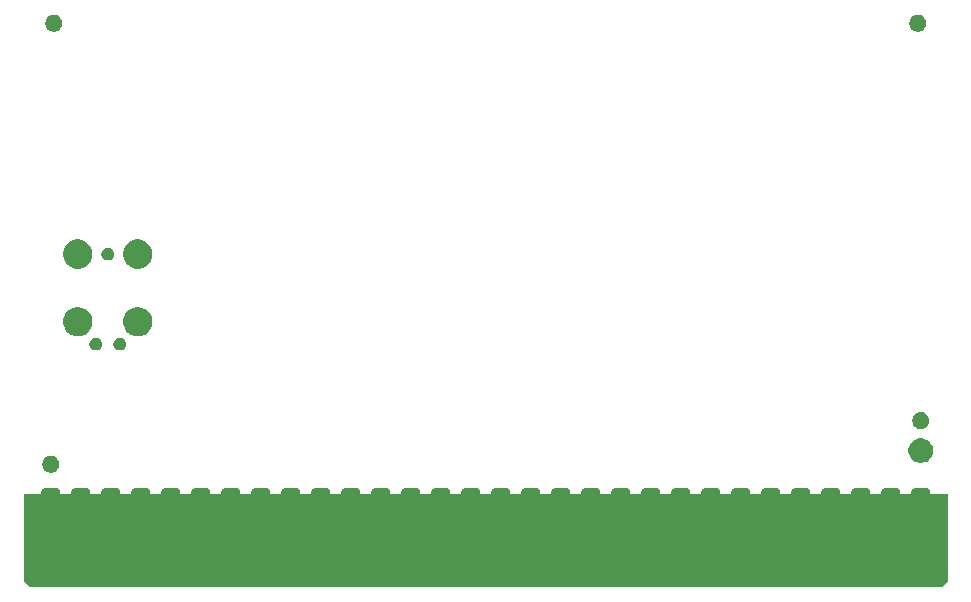
<source format=gbs>
G04 #@! TF.GenerationSoftware,KiCad,Pcbnew,(5.1.5-0-10_14)*
G04 #@! TF.CreationDate,2020-08-04T18:57:18-04:00*
G04 #@! TF.ProjectId,RAM2E,52414d32-452e-46b6-9963-61645f706362,1.1*
G04 #@! TF.SameCoordinates,Original*
G04 #@! TF.FileFunction,Soldermask,Bot*
G04 #@! TF.FilePolarity,Negative*
%FSLAX46Y46*%
G04 Gerber Fmt 4.6, Leading zero omitted, Abs format (unit mm)*
G04 Created by KiCad (PCBNEW (5.1.5-0-10_14)) date 2020-08-04 18:57:18*
%MOMM*%
%LPD*%
G04 APERTURE LIST*
%ADD10C,0.100000*%
G04 APERTURE END LIST*
D10*
G36*
X276606000Y-139446000D02*
G01*
X276098000Y-139954000D01*
X198882000Y-139954000D01*
X198374000Y-139446000D01*
X198374000Y-132080000D01*
X276606000Y-132080000D01*
X276606000Y-139446000D01*
G37*
G36*
X274825282Y-131569558D02*
G01*
X274896711Y-131591226D01*
X274962535Y-131626409D01*
X275020236Y-131673764D01*
X275067591Y-131731465D01*
X275102774Y-131797289D01*
X275124442Y-131868718D01*
X275132000Y-131945454D01*
X275132000Y-138618546D01*
X275124442Y-138695282D01*
X275102774Y-138766711D01*
X275067591Y-138832535D01*
X275020236Y-138890236D01*
X274962535Y-138937591D01*
X274896711Y-138972774D01*
X274825282Y-138994442D01*
X274748546Y-139002000D01*
X273891454Y-139002000D01*
X273814718Y-138994442D01*
X273743289Y-138972774D01*
X273677465Y-138937591D01*
X273619764Y-138890236D01*
X273572409Y-138832535D01*
X273537226Y-138766711D01*
X273515558Y-138695282D01*
X273508000Y-138618546D01*
X273508000Y-131945454D01*
X273515558Y-131868718D01*
X273537226Y-131797289D01*
X273572409Y-131731465D01*
X273619764Y-131673764D01*
X273677465Y-131626409D01*
X273743289Y-131591226D01*
X273814718Y-131569558D01*
X273891454Y-131562000D01*
X274748546Y-131562000D01*
X274825282Y-131569558D01*
G37*
G36*
X272285282Y-131569558D02*
G01*
X272356711Y-131591226D01*
X272422535Y-131626409D01*
X272480236Y-131673764D01*
X272527591Y-131731465D01*
X272562774Y-131797289D01*
X272584442Y-131868718D01*
X272592000Y-131945454D01*
X272592000Y-138618546D01*
X272584442Y-138695282D01*
X272562774Y-138766711D01*
X272527591Y-138832535D01*
X272480236Y-138890236D01*
X272422535Y-138937591D01*
X272356711Y-138972774D01*
X272285282Y-138994442D01*
X272208546Y-139002000D01*
X271351454Y-139002000D01*
X271274718Y-138994442D01*
X271203289Y-138972774D01*
X271137465Y-138937591D01*
X271079764Y-138890236D01*
X271032409Y-138832535D01*
X270997226Y-138766711D01*
X270975558Y-138695282D01*
X270968000Y-138618546D01*
X270968000Y-131945454D01*
X270975558Y-131868718D01*
X270997226Y-131797289D01*
X271032409Y-131731465D01*
X271079764Y-131673764D01*
X271137465Y-131626409D01*
X271203289Y-131591226D01*
X271274718Y-131569558D01*
X271351454Y-131562000D01*
X272208546Y-131562000D01*
X272285282Y-131569558D01*
G37*
G36*
X269745282Y-131569558D02*
G01*
X269816711Y-131591226D01*
X269882535Y-131626409D01*
X269940236Y-131673764D01*
X269987591Y-131731465D01*
X270022774Y-131797289D01*
X270044442Y-131868718D01*
X270052000Y-131945454D01*
X270052000Y-138618546D01*
X270044442Y-138695282D01*
X270022774Y-138766711D01*
X269987591Y-138832535D01*
X269940236Y-138890236D01*
X269882535Y-138937591D01*
X269816711Y-138972774D01*
X269745282Y-138994442D01*
X269668546Y-139002000D01*
X268811454Y-139002000D01*
X268734718Y-138994442D01*
X268663289Y-138972774D01*
X268597465Y-138937591D01*
X268539764Y-138890236D01*
X268492409Y-138832535D01*
X268457226Y-138766711D01*
X268435558Y-138695282D01*
X268428000Y-138618546D01*
X268428000Y-131945454D01*
X268435558Y-131868718D01*
X268457226Y-131797289D01*
X268492409Y-131731465D01*
X268539764Y-131673764D01*
X268597465Y-131626409D01*
X268663289Y-131591226D01*
X268734718Y-131569558D01*
X268811454Y-131562000D01*
X269668546Y-131562000D01*
X269745282Y-131569558D01*
G37*
G36*
X267205282Y-131569558D02*
G01*
X267276711Y-131591226D01*
X267342535Y-131626409D01*
X267400236Y-131673764D01*
X267447591Y-131731465D01*
X267482774Y-131797289D01*
X267504442Y-131868718D01*
X267512000Y-131945454D01*
X267512000Y-138618546D01*
X267504442Y-138695282D01*
X267482774Y-138766711D01*
X267447591Y-138832535D01*
X267400236Y-138890236D01*
X267342535Y-138937591D01*
X267276711Y-138972774D01*
X267205282Y-138994442D01*
X267128546Y-139002000D01*
X266271454Y-139002000D01*
X266194718Y-138994442D01*
X266123289Y-138972774D01*
X266057465Y-138937591D01*
X265999764Y-138890236D01*
X265952409Y-138832535D01*
X265917226Y-138766711D01*
X265895558Y-138695282D01*
X265888000Y-138618546D01*
X265888000Y-131945454D01*
X265895558Y-131868718D01*
X265917226Y-131797289D01*
X265952409Y-131731465D01*
X265999764Y-131673764D01*
X266057465Y-131626409D01*
X266123289Y-131591226D01*
X266194718Y-131569558D01*
X266271454Y-131562000D01*
X267128546Y-131562000D01*
X267205282Y-131569558D01*
G37*
G36*
X264665282Y-131569558D02*
G01*
X264736711Y-131591226D01*
X264802535Y-131626409D01*
X264860236Y-131673764D01*
X264907591Y-131731465D01*
X264942774Y-131797289D01*
X264964442Y-131868718D01*
X264972000Y-131945454D01*
X264972000Y-138618546D01*
X264964442Y-138695282D01*
X264942774Y-138766711D01*
X264907591Y-138832535D01*
X264860236Y-138890236D01*
X264802535Y-138937591D01*
X264736711Y-138972774D01*
X264665282Y-138994442D01*
X264588546Y-139002000D01*
X263731454Y-139002000D01*
X263654718Y-138994442D01*
X263583289Y-138972774D01*
X263517465Y-138937591D01*
X263459764Y-138890236D01*
X263412409Y-138832535D01*
X263377226Y-138766711D01*
X263355558Y-138695282D01*
X263348000Y-138618546D01*
X263348000Y-131945454D01*
X263355558Y-131868718D01*
X263377226Y-131797289D01*
X263412409Y-131731465D01*
X263459764Y-131673764D01*
X263517465Y-131626409D01*
X263583289Y-131591226D01*
X263654718Y-131569558D01*
X263731454Y-131562000D01*
X264588546Y-131562000D01*
X264665282Y-131569558D01*
G37*
G36*
X262125282Y-131569558D02*
G01*
X262196711Y-131591226D01*
X262262535Y-131626409D01*
X262320236Y-131673764D01*
X262367591Y-131731465D01*
X262402774Y-131797289D01*
X262424442Y-131868718D01*
X262432000Y-131945454D01*
X262432000Y-138618546D01*
X262424442Y-138695282D01*
X262402774Y-138766711D01*
X262367591Y-138832535D01*
X262320236Y-138890236D01*
X262262535Y-138937591D01*
X262196711Y-138972774D01*
X262125282Y-138994442D01*
X262048546Y-139002000D01*
X261191454Y-139002000D01*
X261114718Y-138994442D01*
X261043289Y-138972774D01*
X260977465Y-138937591D01*
X260919764Y-138890236D01*
X260872409Y-138832535D01*
X260837226Y-138766711D01*
X260815558Y-138695282D01*
X260808000Y-138618546D01*
X260808000Y-131945454D01*
X260815558Y-131868718D01*
X260837226Y-131797289D01*
X260872409Y-131731465D01*
X260919764Y-131673764D01*
X260977465Y-131626409D01*
X261043289Y-131591226D01*
X261114718Y-131569558D01*
X261191454Y-131562000D01*
X262048546Y-131562000D01*
X262125282Y-131569558D01*
G37*
G36*
X259585282Y-131569558D02*
G01*
X259656711Y-131591226D01*
X259722535Y-131626409D01*
X259780236Y-131673764D01*
X259827591Y-131731465D01*
X259862774Y-131797289D01*
X259884442Y-131868718D01*
X259892000Y-131945454D01*
X259892000Y-138618546D01*
X259884442Y-138695282D01*
X259862774Y-138766711D01*
X259827591Y-138832535D01*
X259780236Y-138890236D01*
X259722535Y-138937591D01*
X259656711Y-138972774D01*
X259585282Y-138994442D01*
X259508546Y-139002000D01*
X258651454Y-139002000D01*
X258574718Y-138994442D01*
X258503289Y-138972774D01*
X258437465Y-138937591D01*
X258379764Y-138890236D01*
X258332409Y-138832535D01*
X258297226Y-138766711D01*
X258275558Y-138695282D01*
X258268000Y-138618546D01*
X258268000Y-131945454D01*
X258275558Y-131868718D01*
X258297226Y-131797289D01*
X258332409Y-131731465D01*
X258379764Y-131673764D01*
X258437465Y-131626409D01*
X258503289Y-131591226D01*
X258574718Y-131569558D01*
X258651454Y-131562000D01*
X259508546Y-131562000D01*
X259585282Y-131569558D01*
G37*
G36*
X257045282Y-131569558D02*
G01*
X257116711Y-131591226D01*
X257182535Y-131626409D01*
X257240236Y-131673764D01*
X257287591Y-131731465D01*
X257322774Y-131797289D01*
X257344442Y-131868718D01*
X257352000Y-131945454D01*
X257352000Y-138618546D01*
X257344442Y-138695282D01*
X257322774Y-138766711D01*
X257287591Y-138832535D01*
X257240236Y-138890236D01*
X257182535Y-138937591D01*
X257116711Y-138972774D01*
X257045282Y-138994442D01*
X256968546Y-139002000D01*
X256111454Y-139002000D01*
X256034718Y-138994442D01*
X255963289Y-138972774D01*
X255897465Y-138937591D01*
X255839764Y-138890236D01*
X255792409Y-138832535D01*
X255757226Y-138766711D01*
X255735558Y-138695282D01*
X255728000Y-138618546D01*
X255728000Y-131945454D01*
X255735558Y-131868718D01*
X255757226Y-131797289D01*
X255792409Y-131731465D01*
X255839764Y-131673764D01*
X255897465Y-131626409D01*
X255963289Y-131591226D01*
X256034718Y-131569558D01*
X256111454Y-131562000D01*
X256968546Y-131562000D01*
X257045282Y-131569558D01*
G37*
G36*
X254505282Y-131569558D02*
G01*
X254576711Y-131591226D01*
X254642535Y-131626409D01*
X254700236Y-131673764D01*
X254747591Y-131731465D01*
X254782774Y-131797289D01*
X254804442Y-131868718D01*
X254812000Y-131945454D01*
X254812000Y-138618546D01*
X254804442Y-138695282D01*
X254782774Y-138766711D01*
X254747591Y-138832535D01*
X254700236Y-138890236D01*
X254642535Y-138937591D01*
X254576711Y-138972774D01*
X254505282Y-138994442D01*
X254428546Y-139002000D01*
X253571454Y-139002000D01*
X253494718Y-138994442D01*
X253423289Y-138972774D01*
X253357465Y-138937591D01*
X253299764Y-138890236D01*
X253252409Y-138832535D01*
X253217226Y-138766711D01*
X253195558Y-138695282D01*
X253188000Y-138618546D01*
X253188000Y-131945454D01*
X253195558Y-131868718D01*
X253217226Y-131797289D01*
X253252409Y-131731465D01*
X253299764Y-131673764D01*
X253357465Y-131626409D01*
X253423289Y-131591226D01*
X253494718Y-131569558D01*
X253571454Y-131562000D01*
X254428546Y-131562000D01*
X254505282Y-131569558D01*
G37*
G36*
X251965282Y-131569558D02*
G01*
X252036711Y-131591226D01*
X252102535Y-131626409D01*
X252160236Y-131673764D01*
X252207591Y-131731465D01*
X252242774Y-131797289D01*
X252264442Y-131868718D01*
X252272000Y-131945454D01*
X252272000Y-138618546D01*
X252264442Y-138695282D01*
X252242774Y-138766711D01*
X252207591Y-138832535D01*
X252160236Y-138890236D01*
X252102535Y-138937591D01*
X252036711Y-138972774D01*
X251965282Y-138994442D01*
X251888546Y-139002000D01*
X251031454Y-139002000D01*
X250954718Y-138994442D01*
X250883289Y-138972774D01*
X250817465Y-138937591D01*
X250759764Y-138890236D01*
X250712409Y-138832535D01*
X250677226Y-138766711D01*
X250655558Y-138695282D01*
X250648000Y-138618546D01*
X250648000Y-131945454D01*
X250655558Y-131868718D01*
X250677226Y-131797289D01*
X250712409Y-131731465D01*
X250759764Y-131673764D01*
X250817465Y-131626409D01*
X250883289Y-131591226D01*
X250954718Y-131569558D01*
X251031454Y-131562000D01*
X251888546Y-131562000D01*
X251965282Y-131569558D01*
G37*
G36*
X249425282Y-131569558D02*
G01*
X249496711Y-131591226D01*
X249562535Y-131626409D01*
X249620236Y-131673764D01*
X249667591Y-131731465D01*
X249702774Y-131797289D01*
X249724442Y-131868718D01*
X249732000Y-131945454D01*
X249732000Y-138618546D01*
X249724442Y-138695282D01*
X249702774Y-138766711D01*
X249667591Y-138832535D01*
X249620236Y-138890236D01*
X249562535Y-138937591D01*
X249496711Y-138972774D01*
X249425282Y-138994442D01*
X249348546Y-139002000D01*
X248491454Y-139002000D01*
X248414718Y-138994442D01*
X248343289Y-138972774D01*
X248277465Y-138937591D01*
X248219764Y-138890236D01*
X248172409Y-138832535D01*
X248137226Y-138766711D01*
X248115558Y-138695282D01*
X248108000Y-138618546D01*
X248108000Y-131945454D01*
X248115558Y-131868718D01*
X248137226Y-131797289D01*
X248172409Y-131731465D01*
X248219764Y-131673764D01*
X248277465Y-131626409D01*
X248343289Y-131591226D01*
X248414718Y-131569558D01*
X248491454Y-131562000D01*
X249348546Y-131562000D01*
X249425282Y-131569558D01*
G37*
G36*
X246885282Y-131569558D02*
G01*
X246956711Y-131591226D01*
X247022535Y-131626409D01*
X247080236Y-131673764D01*
X247127591Y-131731465D01*
X247162774Y-131797289D01*
X247184442Y-131868718D01*
X247192000Y-131945454D01*
X247192000Y-138618546D01*
X247184442Y-138695282D01*
X247162774Y-138766711D01*
X247127591Y-138832535D01*
X247080236Y-138890236D01*
X247022535Y-138937591D01*
X246956711Y-138972774D01*
X246885282Y-138994442D01*
X246808546Y-139002000D01*
X245951454Y-139002000D01*
X245874718Y-138994442D01*
X245803289Y-138972774D01*
X245737465Y-138937591D01*
X245679764Y-138890236D01*
X245632409Y-138832535D01*
X245597226Y-138766711D01*
X245575558Y-138695282D01*
X245568000Y-138618546D01*
X245568000Y-131945454D01*
X245575558Y-131868718D01*
X245597226Y-131797289D01*
X245632409Y-131731465D01*
X245679764Y-131673764D01*
X245737465Y-131626409D01*
X245803289Y-131591226D01*
X245874718Y-131569558D01*
X245951454Y-131562000D01*
X246808546Y-131562000D01*
X246885282Y-131569558D01*
G37*
G36*
X244345282Y-131569558D02*
G01*
X244416711Y-131591226D01*
X244482535Y-131626409D01*
X244540236Y-131673764D01*
X244587591Y-131731465D01*
X244622774Y-131797289D01*
X244644442Y-131868718D01*
X244652000Y-131945454D01*
X244652000Y-138618546D01*
X244644442Y-138695282D01*
X244622774Y-138766711D01*
X244587591Y-138832535D01*
X244540236Y-138890236D01*
X244482535Y-138937591D01*
X244416711Y-138972774D01*
X244345282Y-138994442D01*
X244268546Y-139002000D01*
X243411454Y-139002000D01*
X243334718Y-138994442D01*
X243263289Y-138972774D01*
X243197465Y-138937591D01*
X243139764Y-138890236D01*
X243092409Y-138832535D01*
X243057226Y-138766711D01*
X243035558Y-138695282D01*
X243028000Y-138618546D01*
X243028000Y-131945454D01*
X243035558Y-131868718D01*
X243057226Y-131797289D01*
X243092409Y-131731465D01*
X243139764Y-131673764D01*
X243197465Y-131626409D01*
X243263289Y-131591226D01*
X243334718Y-131569558D01*
X243411454Y-131562000D01*
X244268546Y-131562000D01*
X244345282Y-131569558D01*
G37*
G36*
X241805282Y-131569558D02*
G01*
X241876711Y-131591226D01*
X241942535Y-131626409D01*
X242000236Y-131673764D01*
X242047591Y-131731465D01*
X242082774Y-131797289D01*
X242104442Y-131868718D01*
X242112000Y-131945454D01*
X242112000Y-138618546D01*
X242104442Y-138695282D01*
X242082774Y-138766711D01*
X242047591Y-138832535D01*
X242000236Y-138890236D01*
X241942535Y-138937591D01*
X241876711Y-138972774D01*
X241805282Y-138994442D01*
X241728546Y-139002000D01*
X240871454Y-139002000D01*
X240794718Y-138994442D01*
X240723289Y-138972774D01*
X240657465Y-138937591D01*
X240599764Y-138890236D01*
X240552409Y-138832535D01*
X240517226Y-138766711D01*
X240495558Y-138695282D01*
X240488000Y-138618546D01*
X240488000Y-131945454D01*
X240495558Y-131868718D01*
X240517226Y-131797289D01*
X240552409Y-131731465D01*
X240599764Y-131673764D01*
X240657465Y-131626409D01*
X240723289Y-131591226D01*
X240794718Y-131569558D01*
X240871454Y-131562000D01*
X241728546Y-131562000D01*
X241805282Y-131569558D01*
G37*
G36*
X239265282Y-131569558D02*
G01*
X239336711Y-131591226D01*
X239402535Y-131626409D01*
X239460236Y-131673764D01*
X239507591Y-131731465D01*
X239542774Y-131797289D01*
X239564442Y-131868718D01*
X239572000Y-131945454D01*
X239572000Y-138618546D01*
X239564442Y-138695282D01*
X239542774Y-138766711D01*
X239507591Y-138832535D01*
X239460236Y-138890236D01*
X239402535Y-138937591D01*
X239336711Y-138972774D01*
X239265282Y-138994442D01*
X239188546Y-139002000D01*
X238331454Y-139002000D01*
X238254718Y-138994442D01*
X238183289Y-138972774D01*
X238117465Y-138937591D01*
X238059764Y-138890236D01*
X238012409Y-138832535D01*
X237977226Y-138766711D01*
X237955558Y-138695282D01*
X237948000Y-138618546D01*
X237948000Y-131945454D01*
X237955558Y-131868718D01*
X237977226Y-131797289D01*
X238012409Y-131731465D01*
X238059764Y-131673764D01*
X238117465Y-131626409D01*
X238183289Y-131591226D01*
X238254718Y-131569558D01*
X238331454Y-131562000D01*
X239188546Y-131562000D01*
X239265282Y-131569558D01*
G37*
G36*
X236725282Y-131569558D02*
G01*
X236796711Y-131591226D01*
X236862535Y-131626409D01*
X236920236Y-131673764D01*
X236967591Y-131731465D01*
X237002774Y-131797289D01*
X237024442Y-131868718D01*
X237032000Y-131945454D01*
X237032000Y-138618546D01*
X237024442Y-138695282D01*
X237002774Y-138766711D01*
X236967591Y-138832535D01*
X236920236Y-138890236D01*
X236862535Y-138937591D01*
X236796711Y-138972774D01*
X236725282Y-138994442D01*
X236648546Y-139002000D01*
X235791454Y-139002000D01*
X235714718Y-138994442D01*
X235643289Y-138972774D01*
X235577465Y-138937591D01*
X235519764Y-138890236D01*
X235472409Y-138832535D01*
X235437226Y-138766711D01*
X235415558Y-138695282D01*
X235408000Y-138618546D01*
X235408000Y-131945454D01*
X235415558Y-131868718D01*
X235437226Y-131797289D01*
X235472409Y-131731465D01*
X235519764Y-131673764D01*
X235577465Y-131626409D01*
X235643289Y-131591226D01*
X235714718Y-131569558D01*
X235791454Y-131562000D01*
X236648546Y-131562000D01*
X236725282Y-131569558D01*
G37*
G36*
X234185282Y-131569558D02*
G01*
X234256711Y-131591226D01*
X234322535Y-131626409D01*
X234380236Y-131673764D01*
X234427591Y-131731465D01*
X234462774Y-131797289D01*
X234484442Y-131868718D01*
X234492000Y-131945454D01*
X234492000Y-138618546D01*
X234484442Y-138695282D01*
X234462774Y-138766711D01*
X234427591Y-138832535D01*
X234380236Y-138890236D01*
X234322535Y-138937591D01*
X234256711Y-138972774D01*
X234185282Y-138994442D01*
X234108546Y-139002000D01*
X233251454Y-139002000D01*
X233174718Y-138994442D01*
X233103289Y-138972774D01*
X233037465Y-138937591D01*
X232979764Y-138890236D01*
X232932409Y-138832535D01*
X232897226Y-138766711D01*
X232875558Y-138695282D01*
X232868000Y-138618546D01*
X232868000Y-131945454D01*
X232875558Y-131868718D01*
X232897226Y-131797289D01*
X232932409Y-131731465D01*
X232979764Y-131673764D01*
X233037465Y-131626409D01*
X233103289Y-131591226D01*
X233174718Y-131569558D01*
X233251454Y-131562000D01*
X234108546Y-131562000D01*
X234185282Y-131569558D01*
G37*
G36*
X231645282Y-131569558D02*
G01*
X231716711Y-131591226D01*
X231782535Y-131626409D01*
X231840236Y-131673764D01*
X231887591Y-131731465D01*
X231922774Y-131797289D01*
X231944442Y-131868718D01*
X231952000Y-131945454D01*
X231952000Y-138618546D01*
X231944442Y-138695282D01*
X231922774Y-138766711D01*
X231887591Y-138832535D01*
X231840236Y-138890236D01*
X231782535Y-138937591D01*
X231716711Y-138972774D01*
X231645282Y-138994442D01*
X231568546Y-139002000D01*
X230711454Y-139002000D01*
X230634718Y-138994442D01*
X230563289Y-138972774D01*
X230497465Y-138937591D01*
X230439764Y-138890236D01*
X230392409Y-138832535D01*
X230357226Y-138766711D01*
X230335558Y-138695282D01*
X230328000Y-138618546D01*
X230328000Y-131945454D01*
X230335558Y-131868718D01*
X230357226Y-131797289D01*
X230392409Y-131731465D01*
X230439764Y-131673764D01*
X230497465Y-131626409D01*
X230563289Y-131591226D01*
X230634718Y-131569558D01*
X230711454Y-131562000D01*
X231568546Y-131562000D01*
X231645282Y-131569558D01*
G37*
G36*
X229105282Y-131569558D02*
G01*
X229176711Y-131591226D01*
X229242535Y-131626409D01*
X229300236Y-131673764D01*
X229347591Y-131731465D01*
X229382774Y-131797289D01*
X229404442Y-131868718D01*
X229412000Y-131945454D01*
X229412000Y-138618546D01*
X229404442Y-138695282D01*
X229382774Y-138766711D01*
X229347591Y-138832535D01*
X229300236Y-138890236D01*
X229242535Y-138937591D01*
X229176711Y-138972774D01*
X229105282Y-138994442D01*
X229028546Y-139002000D01*
X228171454Y-139002000D01*
X228094718Y-138994442D01*
X228023289Y-138972774D01*
X227957465Y-138937591D01*
X227899764Y-138890236D01*
X227852409Y-138832535D01*
X227817226Y-138766711D01*
X227795558Y-138695282D01*
X227788000Y-138618546D01*
X227788000Y-131945454D01*
X227795558Y-131868718D01*
X227817226Y-131797289D01*
X227852409Y-131731465D01*
X227899764Y-131673764D01*
X227957465Y-131626409D01*
X228023289Y-131591226D01*
X228094718Y-131569558D01*
X228171454Y-131562000D01*
X229028546Y-131562000D01*
X229105282Y-131569558D01*
G37*
G36*
X226565282Y-131569558D02*
G01*
X226636711Y-131591226D01*
X226702535Y-131626409D01*
X226760236Y-131673764D01*
X226807591Y-131731465D01*
X226842774Y-131797289D01*
X226864442Y-131868718D01*
X226872000Y-131945454D01*
X226872000Y-138618546D01*
X226864442Y-138695282D01*
X226842774Y-138766711D01*
X226807591Y-138832535D01*
X226760236Y-138890236D01*
X226702535Y-138937591D01*
X226636711Y-138972774D01*
X226565282Y-138994442D01*
X226488546Y-139002000D01*
X225631454Y-139002000D01*
X225554718Y-138994442D01*
X225483289Y-138972774D01*
X225417465Y-138937591D01*
X225359764Y-138890236D01*
X225312409Y-138832535D01*
X225277226Y-138766711D01*
X225255558Y-138695282D01*
X225248000Y-138618546D01*
X225248000Y-131945454D01*
X225255558Y-131868718D01*
X225277226Y-131797289D01*
X225312409Y-131731465D01*
X225359764Y-131673764D01*
X225417465Y-131626409D01*
X225483289Y-131591226D01*
X225554718Y-131569558D01*
X225631454Y-131562000D01*
X226488546Y-131562000D01*
X226565282Y-131569558D01*
G37*
G36*
X224025282Y-131569558D02*
G01*
X224096711Y-131591226D01*
X224162535Y-131626409D01*
X224220236Y-131673764D01*
X224267591Y-131731465D01*
X224302774Y-131797289D01*
X224324442Y-131868718D01*
X224332000Y-131945454D01*
X224332000Y-138618546D01*
X224324442Y-138695282D01*
X224302774Y-138766711D01*
X224267591Y-138832535D01*
X224220236Y-138890236D01*
X224162535Y-138937591D01*
X224096711Y-138972774D01*
X224025282Y-138994442D01*
X223948546Y-139002000D01*
X223091454Y-139002000D01*
X223014718Y-138994442D01*
X222943289Y-138972774D01*
X222877465Y-138937591D01*
X222819764Y-138890236D01*
X222772409Y-138832535D01*
X222737226Y-138766711D01*
X222715558Y-138695282D01*
X222708000Y-138618546D01*
X222708000Y-131945454D01*
X222715558Y-131868718D01*
X222737226Y-131797289D01*
X222772409Y-131731465D01*
X222819764Y-131673764D01*
X222877465Y-131626409D01*
X222943289Y-131591226D01*
X223014718Y-131569558D01*
X223091454Y-131562000D01*
X223948546Y-131562000D01*
X224025282Y-131569558D01*
G37*
G36*
X221485282Y-131569558D02*
G01*
X221556711Y-131591226D01*
X221622535Y-131626409D01*
X221680236Y-131673764D01*
X221727591Y-131731465D01*
X221762774Y-131797289D01*
X221784442Y-131868718D01*
X221792000Y-131945454D01*
X221792000Y-138618546D01*
X221784442Y-138695282D01*
X221762774Y-138766711D01*
X221727591Y-138832535D01*
X221680236Y-138890236D01*
X221622535Y-138937591D01*
X221556711Y-138972774D01*
X221485282Y-138994442D01*
X221408546Y-139002000D01*
X220551454Y-139002000D01*
X220474718Y-138994442D01*
X220403289Y-138972774D01*
X220337465Y-138937591D01*
X220279764Y-138890236D01*
X220232409Y-138832535D01*
X220197226Y-138766711D01*
X220175558Y-138695282D01*
X220168000Y-138618546D01*
X220168000Y-131945454D01*
X220175558Y-131868718D01*
X220197226Y-131797289D01*
X220232409Y-131731465D01*
X220279764Y-131673764D01*
X220337465Y-131626409D01*
X220403289Y-131591226D01*
X220474718Y-131569558D01*
X220551454Y-131562000D01*
X221408546Y-131562000D01*
X221485282Y-131569558D01*
G37*
G36*
X218945282Y-131569558D02*
G01*
X219016711Y-131591226D01*
X219082535Y-131626409D01*
X219140236Y-131673764D01*
X219187591Y-131731465D01*
X219222774Y-131797289D01*
X219244442Y-131868718D01*
X219252000Y-131945454D01*
X219252000Y-138618546D01*
X219244442Y-138695282D01*
X219222774Y-138766711D01*
X219187591Y-138832535D01*
X219140236Y-138890236D01*
X219082535Y-138937591D01*
X219016711Y-138972774D01*
X218945282Y-138994442D01*
X218868546Y-139002000D01*
X218011454Y-139002000D01*
X217934718Y-138994442D01*
X217863289Y-138972774D01*
X217797465Y-138937591D01*
X217739764Y-138890236D01*
X217692409Y-138832535D01*
X217657226Y-138766711D01*
X217635558Y-138695282D01*
X217628000Y-138618546D01*
X217628000Y-131945454D01*
X217635558Y-131868718D01*
X217657226Y-131797289D01*
X217692409Y-131731465D01*
X217739764Y-131673764D01*
X217797465Y-131626409D01*
X217863289Y-131591226D01*
X217934718Y-131569558D01*
X218011454Y-131562000D01*
X218868546Y-131562000D01*
X218945282Y-131569558D01*
G37*
G36*
X216405282Y-131569558D02*
G01*
X216476711Y-131591226D01*
X216542535Y-131626409D01*
X216600236Y-131673764D01*
X216647591Y-131731465D01*
X216682774Y-131797289D01*
X216704442Y-131868718D01*
X216712000Y-131945454D01*
X216712000Y-138618546D01*
X216704442Y-138695282D01*
X216682774Y-138766711D01*
X216647591Y-138832535D01*
X216600236Y-138890236D01*
X216542535Y-138937591D01*
X216476711Y-138972774D01*
X216405282Y-138994442D01*
X216328546Y-139002000D01*
X215471454Y-139002000D01*
X215394718Y-138994442D01*
X215323289Y-138972774D01*
X215257465Y-138937591D01*
X215199764Y-138890236D01*
X215152409Y-138832535D01*
X215117226Y-138766711D01*
X215095558Y-138695282D01*
X215088000Y-138618546D01*
X215088000Y-131945454D01*
X215095558Y-131868718D01*
X215117226Y-131797289D01*
X215152409Y-131731465D01*
X215199764Y-131673764D01*
X215257465Y-131626409D01*
X215323289Y-131591226D01*
X215394718Y-131569558D01*
X215471454Y-131562000D01*
X216328546Y-131562000D01*
X216405282Y-131569558D01*
G37*
G36*
X213865282Y-131569558D02*
G01*
X213936711Y-131591226D01*
X214002535Y-131626409D01*
X214060236Y-131673764D01*
X214107591Y-131731465D01*
X214142774Y-131797289D01*
X214164442Y-131868718D01*
X214172000Y-131945454D01*
X214172000Y-138618546D01*
X214164442Y-138695282D01*
X214142774Y-138766711D01*
X214107591Y-138832535D01*
X214060236Y-138890236D01*
X214002535Y-138937591D01*
X213936711Y-138972774D01*
X213865282Y-138994442D01*
X213788546Y-139002000D01*
X212931454Y-139002000D01*
X212854718Y-138994442D01*
X212783289Y-138972774D01*
X212717465Y-138937591D01*
X212659764Y-138890236D01*
X212612409Y-138832535D01*
X212577226Y-138766711D01*
X212555558Y-138695282D01*
X212548000Y-138618546D01*
X212548000Y-131945454D01*
X212555558Y-131868718D01*
X212577226Y-131797289D01*
X212612409Y-131731465D01*
X212659764Y-131673764D01*
X212717465Y-131626409D01*
X212783289Y-131591226D01*
X212854718Y-131569558D01*
X212931454Y-131562000D01*
X213788546Y-131562000D01*
X213865282Y-131569558D01*
G37*
G36*
X211325282Y-131569558D02*
G01*
X211396711Y-131591226D01*
X211462535Y-131626409D01*
X211520236Y-131673764D01*
X211567591Y-131731465D01*
X211602774Y-131797289D01*
X211624442Y-131868718D01*
X211632000Y-131945454D01*
X211632000Y-138618546D01*
X211624442Y-138695282D01*
X211602774Y-138766711D01*
X211567591Y-138832535D01*
X211520236Y-138890236D01*
X211462535Y-138937591D01*
X211396711Y-138972774D01*
X211325282Y-138994442D01*
X211248546Y-139002000D01*
X210391454Y-139002000D01*
X210314718Y-138994442D01*
X210243289Y-138972774D01*
X210177465Y-138937591D01*
X210119764Y-138890236D01*
X210072409Y-138832535D01*
X210037226Y-138766711D01*
X210015558Y-138695282D01*
X210008000Y-138618546D01*
X210008000Y-131945454D01*
X210015558Y-131868718D01*
X210037226Y-131797289D01*
X210072409Y-131731465D01*
X210119764Y-131673764D01*
X210177465Y-131626409D01*
X210243289Y-131591226D01*
X210314718Y-131569558D01*
X210391454Y-131562000D01*
X211248546Y-131562000D01*
X211325282Y-131569558D01*
G37*
G36*
X208785282Y-131569558D02*
G01*
X208856711Y-131591226D01*
X208922535Y-131626409D01*
X208980236Y-131673764D01*
X209027591Y-131731465D01*
X209062774Y-131797289D01*
X209084442Y-131868718D01*
X209092000Y-131945454D01*
X209092000Y-138618546D01*
X209084442Y-138695282D01*
X209062774Y-138766711D01*
X209027591Y-138832535D01*
X208980236Y-138890236D01*
X208922535Y-138937591D01*
X208856711Y-138972774D01*
X208785282Y-138994442D01*
X208708546Y-139002000D01*
X207851454Y-139002000D01*
X207774718Y-138994442D01*
X207703289Y-138972774D01*
X207637465Y-138937591D01*
X207579764Y-138890236D01*
X207532409Y-138832535D01*
X207497226Y-138766711D01*
X207475558Y-138695282D01*
X207468000Y-138618546D01*
X207468000Y-131945454D01*
X207475558Y-131868718D01*
X207497226Y-131797289D01*
X207532409Y-131731465D01*
X207579764Y-131673764D01*
X207637465Y-131626409D01*
X207703289Y-131591226D01*
X207774718Y-131569558D01*
X207851454Y-131562000D01*
X208708546Y-131562000D01*
X208785282Y-131569558D01*
G37*
G36*
X206245282Y-131569558D02*
G01*
X206316711Y-131591226D01*
X206382535Y-131626409D01*
X206440236Y-131673764D01*
X206487591Y-131731465D01*
X206522774Y-131797289D01*
X206544442Y-131868718D01*
X206552000Y-131945454D01*
X206552000Y-138618546D01*
X206544442Y-138695282D01*
X206522774Y-138766711D01*
X206487591Y-138832535D01*
X206440236Y-138890236D01*
X206382535Y-138937591D01*
X206316711Y-138972774D01*
X206245282Y-138994442D01*
X206168546Y-139002000D01*
X205311454Y-139002000D01*
X205234718Y-138994442D01*
X205163289Y-138972774D01*
X205097465Y-138937591D01*
X205039764Y-138890236D01*
X204992409Y-138832535D01*
X204957226Y-138766711D01*
X204935558Y-138695282D01*
X204928000Y-138618546D01*
X204928000Y-131945454D01*
X204935558Y-131868718D01*
X204957226Y-131797289D01*
X204992409Y-131731465D01*
X205039764Y-131673764D01*
X205097465Y-131626409D01*
X205163289Y-131591226D01*
X205234718Y-131569558D01*
X205311454Y-131562000D01*
X206168546Y-131562000D01*
X206245282Y-131569558D01*
G37*
G36*
X203705282Y-131569558D02*
G01*
X203776711Y-131591226D01*
X203842535Y-131626409D01*
X203900236Y-131673764D01*
X203947591Y-131731465D01*
X203982774Y-131797289D01*
X204004442Y-131868718D01*
X204012000Y-131945454D01*
X204012000Y-138618546D01*
X204004442Y-138695282D01*
X203982774Y-138766711D01*
X203947591Y-138832535D01*
X203900236Y-138890236D01*
X203842535Y-138937591D01*
X203776711Y-138972774D01*
X203705282Y-138994442D01*
X203628546Y-139002000D01*
X202771454Y-139002000D01*
X202694718Y-138994442D01*
X202623289Y-138972774D01*
X202557465Y-138937591D01*
X202499764Y-138890236D01*
X202452409Y-138832535D01*
X202417226Y-138766711D01*
X202395558Y-138695282D01*
X202388000Y-138618546D01*
X202388000Y-131945454D01*
X202395558Y-131868718D01*
X202417226Y-131797289D01*
X202452409Y-131731465D01*
X202499764Y-131673764D01*
X202557465Y-131626409D01*
X202623289Y-131591226D01*
X202694718Y-131569558D01*
X202771454Y-131562000D01*
X203628546Y-131562000D01*
X203705282Y-131569558D01*
G37*
G36*
X201165282Y-131569558D02*
G01*
X201236711Y-131591226D01*
X201302535Y-131626409D01*
X201360236Y-131673764D01*
X201407591Y-131731465D01*
X201442774Y-131797289D01*
X201464442Y-131868718D01*
X201472000Y-131945454D01*
X201472000Y-138618546D01*
X201464442Y-138695282D01*
X201442774Y-138766711D01*
X201407591Y-138832535D01*
X201360236Y-138890236D01*
X201302535Y-138937591D01*
X201236711Y-138972774D01*
X201165282Y-138994442D01*
X201088546Y-139002000D01*
X200231454Y-139002000D01*
X200154718Y-138994442D01*
X200083289Y-138972774D01*
X200017465Y-138937591D01*
X199959764Y-138890236D01*
X199912409Y-138832535D01*
X199877226Y-138766711D01*
X199855558Y-138695282D01*
X199848000Y-138618546D01*
X199848000Y-131945454D01*
X199855558Y-131868718D01*
X199877226Y-131797289D01*
X199912409Y-131731465D01*
X199959764Y-131673764D01*
X200017465Y-131626409D01*
X200083289Y-131591226D01*
X200154718Y-131569558D01*
X200231454Y-131562000D01*
X201088546Y-131562000D01*
X201165282Y-131569558D01*
G37*
G36*
X200871181Y-128843822D02*
G01*
X201002941Y-128898399D01*
X201002943Y-128898400D01*
X201062635Y-128938285D01*
X201121522Y-128977632D01*
X201222368Y-129078478D01*
X201301601Y-129197059D01*
X201356178Y-129328819D01*
X201384000Y-129468691D01*
X201384000Y-129611309D01*
X201356178Y-129751181D01*
X201356177Y-129751183D01*
X201301600Y-129882943D01*
X201222367Y-130001523D01*
X201121523Y-130102367D01*
X201002943Y-130181600D01*
X201002942Y-130181601D01*
X201002941Y-130181601D01*
X200871181Y-130236178D01*
X200731309Y-130264000D01*
X200588691Y-130264000D01*
X200448819Y-130236178D01*
X200317059Y-130181601D01*
X200317058Y-130181601D01*
X200317057Y-130181600D01*
X200198477Y-130102367D01*
X200097633Y-130001523D01*
X200018400Y-129882943D01*
X199963823Y-129751183D01*
X199963822Y-129751181D01*
X199936000Y-129611309D01*
X199936000Y-129468691D01*
X199963822Y-129328819D01*
X200018399Y-129197059D01*
X200097632Y-129078478D01*
X200198478Y-128977632D01*
X200257365Y-128938285D01*
X200317057Y-128898400D01*
X200317059Y-128898399D01*
X200448819Y-128843822D01*
X200588691Y-128816000D01*
X200731309Y-128816000D01*
X200871181Y-128843822D01*
G37*
G36*
X274448687Y-127352027D02*
G01*
X274626274Y-127387350D01*
X274817362Y-127466502D01*
X274989336Y-127581411D01*
X275135589Y-127727664D01*
X275250498Y-127899638D01*
X275329650Y-128090726D01*
X275370000Y-128293584D01*
X275370000Y-128500416D01*
X275329650Y-128703274D01*
X275250498Y-128894362D01*
X275135589Y-129066336D01*
X274989336Y-129212589D01*
X274817362Y-129327498D01*
X274626274Y-129406650D01*
X274448687Y-129441973D01*
X274423417Y-129447000D01*
X274216583Y-129447000D01*
X274191313Y-129441973D01*
X274013726Y-129406650D01*
X273822638Y-129327498D01*
X273650664Y-129212589D01*
X273504411Y-129066336D01*
X273389502Y-128894362D01*
X273310350Y-128703274D01*
X273270000Y-128500416D01*
X273270000Y-128293584D01*
X273310350Y-128090726D01*
X273389502Y-127899638D01*
X273504411Y-127727664D01*
X273650664Y-127581411D01*
X273822638Y-127466502D01*
X274013726Y-127387350D01*
X274191313Y-127352027D01*
X274216583Y-127347000D01*
X274423417Y-127347000D01*
X274448687Y-127352027D01*
G37*
G36*
X274531181Y-125160822D02*
G01*
X274531184Y-125160823D01*
X274531183Y-125160823D01*
X274662943Y-125215400D01*
X274722635Y-125255285D01*
X274781522Y-125294632D01*
X274882368Y-125395478D01*
X274961601Y-125514059D01*
X275016178Y-125645819D01*
X275044000Y-125785691D01*
X275044000Y-125928309D01*
X275016178Y-126068181D01*
X275016177Y-126068183D01*
X274961600Y-126199943D01*
X274882367Y-126318523D01*
X274781523Y-126419367D01*
X274662943Y-126498600D01*
X274662942Y-126498601D01*
X274662941Y-126498601D01*
X274531181Y-126553178D01*
X274391309Y-126581000D01*
X274248691Y-126581000D01*
X274108819Y-126553178D01*
X273977059Y-126498601D01*
X273977058Y-126498601D01*
X273977057Y-126498600D01*
X273858477Y-126419367D01*
X273757633Y-126318523D01*
X273678400Y-126199943D01*
X273623823Y-126068183D01*
X273623822Y-126068181D01*
X273596000Y-125928309D01*
X273596000Y-125785691D01*
X273623822Y-125645819D01*
X273678399Y-125514059D01*
X273757632Y-125395478D01*
X273858478Y-125294632D01*
X273917365Y-125255285D01*
X273977057Y-125215400D01*
X274108817Y-125160823D01*
X274108816Y-125160823D01*
X274108819Y-125160822D01*
X274248691Y-125133000D01*
X274391309Y-125133000D01*
X274531181Y-125160822D01*
G37*
G36*
X204629056Y-118855655D02*
G01*
X204728295Y-118896761D01*
X204817607Y-118956437D01*
X204893563Y-119032393D01*
X204953239Y-119121705D01*
X204994345Y-119220944D01*
X205015300Y-119326291D01*
X205015300Y-119433709D01*
X204994345Y-119539056D01*
X204953239Y-119638295D01*
X204893563Y-119727607D01*
X204817607Y-119803563D01*
X204728295Y-119863239D01*
X204629056Y-119904345D01*
X204523709Y-119925300D01*
X204416291Y-119925300D01*
X204310944Y-119904345D01*
X204211705Y-119863239D01*
X204122393Y-119803563D01*
X204046437Y-119727607D01*
X203986761Y-119638295D01*
X203945655Y-119539056D01*
X203924700Y-119433709D01*
X203924700Y-119326291D01*
X203945655Y-119220944D01*
X203986761Y-119121705D01*
X204046437Y-119032393D01*
X204122393Y-118956437D01*
X204211705Y-118896761D01*
X204310944Y-118855655D01*
X204416291Y-118834700D01*
X204523709Y-118834700D01*
X204629056Y-118855655D01*
G37*
G36*
X206661056Y-118855655D02*
G01*
X206760295Y-118896761D01*
X206849607Y-118956437D01*
X206925563Y-119032393D01*
X206985239Y-119121705D01*
X207026345Y-119220944D01*
X207047300Y-119326291D01*
X207047300Y-119433709D01*
X207026345Y-119539056D01*
X206985239Y-119638295D01*
X206925563Y-119727607D01*
X206849607Y-119803563D01*
X206760295Y-119863239D01*
X206661056Y-119904345D01*
X206555709Y-119925300D01*
X206448291Y-119925300D01*
X206342944Y-119904345D01*
X206243705Y-119863239D01*
X206154393Y-119803563D01*
X206078437Y-119727607D01*
X206018761Y-119638295D01*
X205977655Y-119539056D01*
X205956700Y-119433709D01*
X205956700Y-119326291D01*
X205977655Y-119220944D01*
X206018761Y-119121705D01*
X206078437Y-119032393D01*
X206154393Y-118956437D01*
X206243705Y-118896761D01*
X206342944Y-118855655D01*
X206448291Y-118834700D01*
X206555709Y-118834700D01*
X206661056Y-118855655D01*
G37*
G36*
X203306949Y-116285104D02*
G01*
X203306952Y-116285105D01*
X203306951Y-116285105D01*
X203532152Y-116378386D01*
X203734828Y-116513810D01*
X203907190Y-116686172D01*
X204042614Y-116888848D01*
X204042614Y-116888849D01*
X204135896Y-117114051D01*
X204183450Y-117353120D01*
X204183450Y-117596880D01*
X204135896Y-117835949D01*
X204135895Y-117835951D01*
X204042614Y-118061152D01*
X203907190Y-118263828D01*
X203734828Y-118436190D01*
X203532152Y-118571614D01*
X203372910Y-118637574D01*
X203306949Y-118664896D01*
X203067880Y-118712450D01*
X202824120Y-118712450D01*
X202585051Y-118664896D01*
X202519090Y-118637574D01*
X202359848Y-118571614D01*
X202157172Y-118436190D01*
X201984810Y-118263828D01*
X201849386Y-118061152D01*
X201756105Y-117835951D01*
X201756104Y-117835949D01*
X201708550Y-117596880D01*
X201708550Y-117353120D01*
X201756104Y-117114051D01*
X201849386Y-116888849D01*
X201849386Y-116888848D01*
X201984810Y-116686172D01*
X202157172Y-116513810D01*
X202359848Y-116378386D01*
X202585049Y-116285105D01*
X202585048Y-116285105D01*
X202585051Y-116285104D01*
X202824120Y-116237550D01*
X203067880Y-116237550D01*
X203306949Y-116285104D01*
G37*
G36*
X208386949Y-116285104D02*
G01*
X208386952Y-116285105D01*
X208386951Y-116285105D01*
X208612152Y-116378386D01*
X208814828Y-116513810D01*
X208987190Y-116686172D01*
X209122614Y-116888848D01*
X209122614Y-116888849D01*
X209215896Y-117114051D01*
X209263450Y-117353120D01*
X209263450Y-117596880D01*
X209215896Y-117835949D01*
X209215895Y-117835951D01*
X209122614Y-118061152D01*
X208987190Y-118263828D01*
X208814828Y-118436190D01*
X208612152Y-118571614D01*
X208452910Y-118637574D01*
X208386949Y-118664896D01*
X208147880Y-118712450D01*
X207904120Y-118712450D01*
X207665051Y-118664896D01*
X207599090Y-118637574D01*
X207439848Y-118571614D01*
X207237172Y-118436190D01*
X207064810Y-118263828D01*
X206929386Y-118061152D01*
X206836105Y-117835951D01*
X206836104Y-117835949D01*
X206788550Y-117596880D01*
X206788550Y-117353120D01*
X206836104Y-117114051D01*
X206929386Y-116888849D01*
X206929386Y-116888848D01*
X207064810Y-116686172D01*
X207237172Y-116513810D01*
X207439848Y-116378386D01*
X207665049Y-116285105D01*
X207665048Y-116285105D01*
X207665051Y-116285104D01*
X207904120Y-116237550D01*
X208147880Y-116237550D01*
X208386949Y-116285104D01*
G37*
G36*
X208386949Y-110570104D02*
G01*
X208386952Y-110570105D01*
X208386951Y-110570105D01*
X208612152Y-110663386D01*
X208814828Y-110798810D01*
X208987190Y-110971172D01*
X209122614Y-111173848D01*
X209165242Y-111276761D01*
X209215896Y-111399051D01*
X209263450Y-111638120D01*
X209263450Y-111881880D01*
X209215896Y-112120949D01*
X209215895Y-112120951D01*
X209122614Y-112346152D01*
X208987190Y-112548828D01*
X208814828Y-112721190D01*
X208612152Y-112856614D01*
X208452910Y-112922574D01*
X208386949Y-112949896D01*
X208147880Y-112997450D01*
X207904120Y-112997450D01*
X207665051Y-112949896D01*
X207599090Y-112922574D01*
X207439848Y-112856614D01*
X207237172Y-112721190D01*
X207064810Y-112548828D01*
X206929386Y-112346152D01*
X206836105Y-112120951D01*
X206836104Y-112120949D01*
X206788550Y-111881880D01*
X206788550Y-111638120D01*
X206836104Y-111399051D01*
X206886758Y-111276761D01*
X206929386Y-111173848D01*
X207064810Y-110971172D01*
X207237172Y-110798810D01*
X207439848Y-110663386D01*
X207665049Y-110570105D01*
X207665048Y-110570105D01*
X207665051Y-110570104D01*
X207904120Y-110522550D01*
X208147880Y-110522550D01*
X208386949Y-110570104D01*
G37*
G36*
X203306949Y-110570104D02*
G01*
X203306952Y-110570105D01*
X203306951Y-110570105D01*
X203532152Y-110663386D01*
X203734828Y-110798810D01*
X203907190Y-110971172D01*
X204042614Y-111173848D01*
X204085242Y-111276761D01*
X204135896Y-111399051D01*
X204183450Y-111638120D01*
X204183450Y-111881880D01*
X204135896Y-112120949D01*
X204135895Y-112120951D01*
X204042614Y-112346152D01*
X203907190Y-112548828D01*
X203734828Y-112721190D01*
X203532152Y-112856614D01*
X203372910Y-112922574D01*
X203306949Y-112949896D01*
X203067880Y-112997450D01*
X202824120Y-112997450D01*
X202585051Y-112949896D01*
X202519090Y-112922574D01*
X202359848Y-112856614D01*
X202157172Y-112721190D01*
X201984810Y-112548828D01*
X201849386Y-112346152D01*
X201756105Y-112120951D01*
X201756104Y-112120949D01*
X201708550Y-111881880D01*
X201708550Y-111638120D01*
X201756104Y-111399051D01*
X201806758Y-111276761D01*
X201849386Y-111173848D01*
X201984810Y-110971172D01*
X202157172Y-110798810D01*
X202359848Y-110663386D01*
X202585049Y-110570105D01*
X202585048Y-110570105D01*
X202585051Y-110570104D01*
X202824120Y-110522550D01*
X203067880Y-110522550D01*
X203306949Y-110570104D01*
G37*
G36*
X205645056Y-111235655D02*
G01*
X205744295Y-111276761D01*
X205833607Y-111336437D01*
X205909563Y-111412393D01*
X205969239Y-111501705D01*
X206010345Y-111600944D01*
X206031300Y-111706291D01*
X206031300Y-111813709D01*
X206010345Y-111919056D01*
X205969239Y-112018295D01*
X205909563Y-112107607D01*
X205833607Y-112183563D01*
X205744295Y-112243239D01*
X205645056Y-112284345D01*
X205539709Y-112305300D01*
X205432291Y-112305300D01*
X205326944Y-112284345D01*
X205227705Y-112243239D01*
X205138393Y-112183563D01*
X205062437Y-112107607D01*
X205002761Y-112018295D01*
X204961655Y-111919056D01*
X204940700Y-111813709D01*
X204940700Y-111706291D01*
X204961655Y-111600944D01*
X205002761Y-111501705D01*
X205062437Y-111412393D01*
X205138393Y-111336437D01*
X205227705Y-111276761D01*
X205326944Y-111235655D01*
X205432291Y-111214700D01*
X205539709Y-111214700D01*
X205645056Y-111235655D01*
G37*
G36*
X201125181Y-91505822D02*
G01*
X201125184Y-91505823D01*
X201125183Y-91505823D01*
X201256943Y-91560400D01*
X201316635Y-91600285D01*
X201375522Y-91639632D01*
X201476368Y-91740478D01*
X201555601Y-91859059D01*
X201610178Y-91990819D01*
X201638000Y-92130691D01*
X201638000Y-92273309D01*
X201610178Y-92413181D01*
X201610177Y-92413183D01*
X201555600Y-92544943D01*
X201476367Y-92663523D01*
X201375523Y-92764367D01*
X201256943Y-92843600D01*
X201256942Y-92843601D01*
X201256941Y-92843601D01*
X201125181Y-92898178D01*
X200985309Y-92926000D01*
X200842691Y-92926000D01*
X200702819Y-92898178D01*
X200571059Y-92843601D01*
X200571058Y-92843601D01*
X200571057Y-92843600D01*
X200452477Y-92764367D01*
X200351633Y-92663523D01*
X200272400Y-92544943D01*
X200217823Y-92413183D01*
X200217822Y-92413181D01*
X200190000Y-92273309D01*
X200190000Y-92130691D01*
X200217822Y-91990819D01*
X200272399Y-91859059D01*
X200351632Y-91740478D01*
X200452478Y-91639632D01*
X200511365Y-91600285D01*
X200571057Y-91560400D01*
X200702817Y-91505823D01*
X200702816Y-91505823D01*
X200702819Y-91505822D01*
X200842691Y-91478000D01*
X200985309Y-91478000D01*
X201125181Y-91505822D01*
G37*
G36*
X274277181Y-91505822D02*
G01*
X274277184Y-91505823D01*
X274277183Y-91505823D01*
X274408943Y-91560400D01*
X274468635Y-91600285D01*
X274527522Y-91639632D01*
X274628368Y-91740478D01*
X274707601Y-91859059D01*
X274762178Y-91990819D01*
X274790000Y-92130691D01*
X274790000Y-92273309D01*
X274762178Y-92413181D01*
X274762177Y-92413183D01*
X274707600Y-92544943D01*
X274628367Y-92663523D01*
X274527523Y-92764367D01*
X274408943Y-92843600D01*
X274408942Y-92843601D01*
X274408941Y-92843601D01*
X274277181Y-92898178D01*
X274137309Y-92926000D01*
X273994691Y-92926000D01*
X273854819Y-92898178D01*
X273723059Y-92843601D01*
X273723058Y-92843601D01*
X273723057Y-92843600D01*
X273604477Y-92764367D01*
X273503633Y-92663523D01*
X273424400Y-92544943D01*
X273369823Y-92413183D01*
X273369822Y-92413181D01*
X273342000Y-92273309D01*
X273342000Y-92130691D01*
X273369822Y-91990819D01*
X273424399Y-91859059D01*
X273503632Y-91740478D01*
X273604478Y-91639632D01*
X273663365Y-91600285D01*
X273723057Y-91560400D01*
X273854817Y-91505823D01*
X273854816Y-91505823D01*
X273854819Y-91505822D01*
X273994691Y-91478000D01*
X274137309Y-91478000D01*
X274277181Y-91505822D01*
G37*
M02*

</source>
